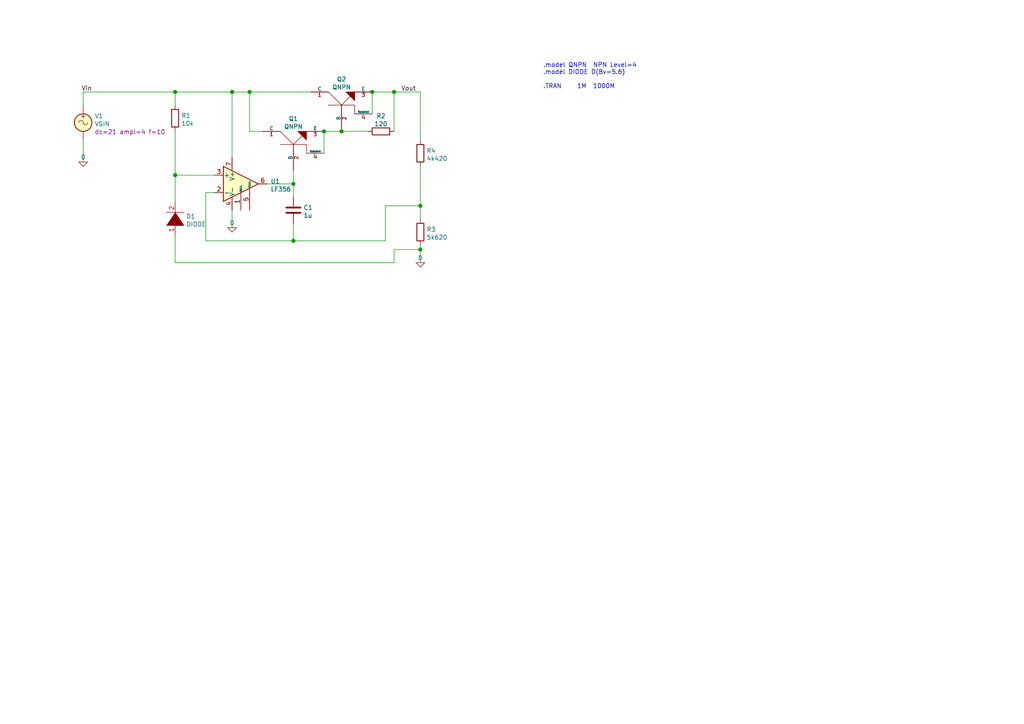
<source format=kicad_sch>
(kicad_sch (version 20210406) (generator eeschema)
  (paper "A4")
  (lib_symbols
    (symbol "Amplifier_Operational:LF356" (pin_names (offset 0.127))
      (property "Reference" "U" (at 0 6.35 0))
      (property "Value" "LF356" (at 0 3.81 0))
      (symbol "LF356_0_1"
        (polyline (pts (xy -5.08 5.08) (xy 5.08 0) (xy -5.08 -5.08) (xy -5.08 5.08)) (stroke (width 0.254)) (fill (type background)))
      )
      (symbol "LF356_1_1"
        (pin input line (at 0 -7.62 90) (length 5.08) (name "NULL") (number "1"))
        (pin input line (at -7.62 -2.54 0) (length 2.54) (name "-") (number "2"))
        (pin input line (at -7.62 2.54 0) (length 2.54) (name "+") (number "3"))
        (pin power_in line (at -2.54 -7.62 90) (length 3.81) (name "V-") (number "4"))
        (pin input line (at 2.54 -7.62 90) (length 6.35) (name "NULL") (number "5"))
        (pin output line (at 7.62 0 180) (length 2.54) (name "~") (number "6"))
        (pin power_in line (at -2.54 7.62 270) (length 3.81) (name "V+") (number "7"))
        (pin no_connect line (at 0 2.54 270) (length 2.54) hide (name "NC") (number "8"))
      )
    )
    (symbol "Device:C" (pin_numbers hide) (pin_names (offset 0.254))
      (property "Reference" "C" (at 0.635 2.54 0))
      (property "Value" "C" (at 0.635 -2.54 0))
      (symbol "C_0_1"
        (polyline (pts (xy -2.032 -0.762) (xy 2.032 -0.762)) (stroke (width 0.508)))
        (polyline (pts (xy -2.032 0.762) (xy 2.032 0.762)) (stroke (width 0.508)))
      )
      (symbol "C_1_1"
        (pin passive line (at 0 3.81 270) (length 2.794) (name "~") (number "1"))
        (pin passive line (at 0 -3.81 90) (length 2.794) (name "~") (number "2"))
      )
    )
    (symbol "Device:R" (pin_numbers hide) (pin_names (offset 0))
      (property "Reference" "R" (at 2.032 0 90))
      (property "Value" "R" (at 0 0 90))
      (symbol "R_0_1"
        (rectangle (start -1.016 -2.54) (end 1.016 2.54) (stroke (width 0.254)))
      )
      (symbol "R_1_1"
        (pin passive line (at 0 3.81 270) (length 1.27) (name "~") (number "1"))
        (pin passive line (at 0 -3.81 90) (length 1.27) (name "~") (number "2"))
      )
    )
    (symbol "Simulation_SPICE:VSIN" (pin_numbers hide) (pin_names (offset 0.0254))
      (property "Reference" "V" (at 2.54 2.54 0))
      (property "Value" "VSIN" (at 2.54 0 0))
      (property "Spice_Model" "sin(0 1 1k)" (at 2.54 -2.54 0))
      (symbol "VSIN_0_0"
        (arc (start 0 0) (end -1.27 0) (radius (at -0.635 0) (length 0.635) (angles 0.1 180)))
        (arc (start 0 0) (end 1.27 0) (radius (at 0.635 0) (length 0.635) (angles 180 -0.1)))
        (text "+" (at 0 1.905 0) (effects (font (size 1.27 1.27))))
      )
      (symbol "VSIN_0_1"
        (circle (center 0 0) (radius 2.54) (stroke (width 0.254)) (fill (type background)))
      )
      (symbol "VSIN_1_1"
        (pin passive line (at 0 5.08 270) (length 2.54) (name "~") (number "1"))
        (pin passive line (at 0 -5.08 90) (length 2.54) (name "~") (number "2"))
      )
    )
    (symbol "pspice:0" (power) (pin_names (offset 0))
      (property "Value" "0" (at 0 -1.778 0))
      (symbol "0_0_1"
        (polyline (pts (xy -1.27 0) (xy 0 -1.27) (xy 1.27 0) (xy -1.27 0)))
      )
      (symbol "0_1_1"
        (pin power_in line (at 0 0 0) (length 0) hide (name "0") (number "1"))
      )
    )
    (symbol "pspice:DIODE" (pin_names (offset 1.016) hide)
      (property "Reference" "D" (at 0 3.81 0))
      (property "Value" "DIODE" (at 0 -4.445 0))
      (symbol "DIODE_0_1"
        (polyline (pts (xy 1.905 2.54) (xy 1.905 -2.54)))
        (polyline (pts (xy -1.905 2.54) (xy -1.905 -2.54) (xy 1.905 0)) (fill (type outline)))
      )
      (symbol "DIODE_1_1"
        (pin input line (at -5.08 0 0) (length 3.81) (name "K") (number "1"))
        (pin input line (at 5.08 0 180) (length 3.81) (name "A") (number "2"))
      )
    )
    (symbol "pspice:QNPN" (pin_names (offset 0))
      (property "Reference" "Q" (at -2.54 7.62 0))
      (property "Value" "QNPN" (at -2.54 5.08 0))
      (symbol "QNPN_0_0"
        (polyline (pts (xy 0 0) (xy 3.81 -3.81)))
        (polyline (pts (xy 3.81 -3.81) (xy 3.81 -1.27) (xy 1.27 -3.81) (xy 3.81 -3.81)) (fill (type outline)))
      )
      (symbol "QNPN_0_1"
        (polyline (pts (xy 0 -3.81) (xy 0 3.81)))
        (polyline (pts (xy 0 0) (xy 3.81 3.81)))
        (polyline (pts (xy -2.54 -3.81) (xy 0 -3.81) (xy 0 -3.81) (xy 0 -3.81)))
      )
      (symbol "QNPN_1_1"
        (pin passive line (at 3.81 8.89 270) (length 5.08) (name "C") (number "1"))
        (pin input line (at -7.62 0 0) (length 7.62) (name "B") (number "2"))
        (pin passive line (at 3.81 -8.89 90) (length 5.08) (name "E") (number "3"))
        (pin input line (at -2.54 -8.89 90) (length 5.08) (name "Substrat") (number "4"))
      )
    )
  )
  (junction (at 50.8 26.67) (diameter 1.016))
  (junction (at 50.8 50.8) (diameter 1.016))
  (junction (at 67.31 26.67) (diameter 1.016))
  (junction (at 72.39 26.67) (diameter 1.016))
  (junction (at 85.09 53.34) (diameter 1.016))
  (junction (at 85.09 69.85) (diameter 1.016))
  (junction (at 93.98 38.1) (diameter 1.016))
  (junction (at 99.06 38.1) (diameter 1.016))
  (junction (at 107.95 26.67) (diameter 1.016))
  (junction (at 114.3 26.67) (diameter 1.016))
  (junction (at 121.92 59.69) (diameter 1.016))
  (junction (at 121.92 72.39) (diameter 1.016))
  (wire (pts (xy 24.13 26.67) (xy 50.8 26.67)))
  (wire (pts (xy 24.13 30.48) (xy 24.13 26.67)))
  (wire (pts (xy 24.13 40.64) (xy 24.13 46.99)))
  (wire (pts (xy 50.8 26.67) (xy 67.31 26.67)))
  (wire (pts (xy 50.8 30.48) (xy 50.8 26.67)))
  (wire (pts (xy 50.8 38.1) (xy 50.8 50.8)))
  (wire (pts (xy 50.8 50.8) (xy 50.8 58.42)))
  (wire (pts (xy 50.8 50.8) (xy 62.23 50.8)))
  (wire (pts (xy 50.8 68.58) (xy 50.8 76.2)))
  (wire (pts (xy 50.8 76.2) (xy 114.3 76.2)))
  (wire (pts (xy 59.69 55.88) (xy 59.69 69.85)))
  (wire (pts (xy 59.69 55.88) (xy 62.23 55.88)))
  (wire (pts (xy 59.69 69.85) (xy 85.09 69.85)))
  (wire (pts (xy 67.31 26.67) (xy 67.31 45.72)))
  (wire (pts (xy 67.31 26.67) (xy 72.39 26.67)))
  (wire (pts (xy 67.31 60.96) (xy 67.31 66.04)))
  (wire (pts (xy 72.39 26.67) (xy 90.17 26.67)))
  (wire (pts (xy 72.39 38.1) (xy 72.39 26.67)))
  (wire (pts (xy 76.2 38.1) (xy 72.39 38.1)))
  (wire (pts (xy 77.47 53.34) (xy 85.09 53.34)))
  (wire (pts (xy 85.09 49.53) (xy 85.09 53.34)))
  (wire (pts (xy 85.09 53.34) (xy 85.09 57.15)))
  (wire (pts (xy 85.09 69.85) (xy 85.09 64.77)))
  (wire (pts (xy 85.09 69.85) (xy 111.76 69.85)))
  (wire (pts (xy 93.98 38.1) (xy 93.98 44.45)))
  (wire (pts (xy 93.98 38.1) (xy 99.06 38.1)))
  (wire (pts (xy 99.06 38.1) (xy 106.68 38.1)))
  (wire (pts (xy 107.95 26.67) (xy 107.95 33.02)))
  (wire (pts (xy 107.95 26.67) (xy 114.3 26.67)))
  (wire (pts (xy 111.76 59.69) (xy 121.92 59.69)))
  (wire (pts (xy 111.76 69.85) (xy 111.76 59.69)))
  (wire (pts (xy 114.3 26.67) (xy 114.3 38.1)))
  (wire (pts (xy 114.3 26.67) (xy 121.92 26.67)))
  (wire (pts (xy 114.3 72.39) (xy 121.92 72.39)))
  (wire (pts (xy 114.3 76.2) (xy 114.3 72.39)))
  (wire (pts (xy 121.92 40.64) (xy 121.92 26.67)))
  (wire (pts (xy 121.92 48.26) (xy 121.92 59.69)))
  (wire (pts (xy 121.92 59.69) (xy 121.92 63.5)))
  (wire (pts (xy 121.92 71.12) (xy 121.92 72.39)))
  (wire (pts (xy 121.92 72.39) (xy 121.92 76.2)))
  (text ".model QNPN  NPN Level=4\n.model DIODE D(Bv=5.6)\n\n.TRAN 	1M  1000M\n\n" (at 157.48 27.94 0) (effects (font (size 1.27 1.27)) (justify left bottom)))
  (label "Vin" (at 26.67 26.67 180))
  (label "Vout" (at 120.65 26.67 180))
  (symbol (lib_id "pspice:0") (at 24.13 46.99 0) (unit 1)
    (property "Reference" "#GND?" (effects hide))
    (property "Value" "0" (at 24.13 45.6016 0))
  )
  (symbol (lib_id "pspice:0") (at 67.31 66.04 0) (unit 1)
    (property "Reference" "#GND?" (effects hide))
    (property "Value" "0" (at 67.31 64.6516 0))
  )
  (symbol (lib_id "pspice:0") (at 121.92 76.2 0) (unit 1)
    (property "Reference" "#GND?" (effects hide))
    (property "Value" "0" (at 121.92 74.8116 0))
  )
  (symbol (lib_id "Device:R") (at 50.8 34.29 180) (unit 1)
    (property "Reference" "R1" (at 52.5781 33.5291 0) (effects (justify right)))
    (property "Value" "10k" (at 52.5781 35.8278 0) (effects (justify right)))
  )
  (symbol (lib_id "Device:R") (at 110.49 38.1 90) (unit 1)
    (property "Reference" "R2" (at 110.49 33.6508 90))
    (property "Value" "120" (at 110.49 35.9495 90))
  )
  (symbol (lib_id "Device:R") (at 121.92 44.45 0) (unit 1)
    (property "Reference" "R4" (at 123.6981 43.6891 0) (effects (justify left)))
    (property "Value" "4k420" (at 123.6981 45.9878 0) (effects (justify left)))
  )
  (symbol (lib_id "Device:R") (at 121.92 67.31 0) (unit 1)
    (property "Reference" "R3" (at 123.6981 66.5491 0) (effects (justify left)))
    (property "Value" "5k620" (at 123.6981 68.8478 0) (effects (justify left)))
  )
  (symbol (lib_id "Device:C") (at 85.09 60.96 0) (unit 1)
    (property "Reference" "C1" (at 88.0111 60.1991 0) (effects (justify left)))
    (property "Value" "1u" (at 88.0111 62.4978 0) (effects (justify left)))
  )
  (symbol (lib_id "pspice:DIODE") (at 50.8 63.5 90) (unit 1)
    (property "Reference" "D1" (at 53.9751 62.7391 90) (effects (justify right)))
    (property "Value" "DIODE" (at 53.9751 65.0378 90) (effects (justify right)))
  )
  (symbol (lib_id "Simulation_SPICE:VSIN") (at 24.13 35.56 0) (unit 1)
    (property "Reference" "V1" (at 27.4321 33.6498 0) (effects (justify left)))
    (property "Value" "VSIN" (at 27.4321 35.9485 0) (effects (justify left)))
    (property "Spice_Netlist_Enabled" "Y" (effects hide))
    (property "Spice_Primitive" "V" (effects hide))
    (property "Spice_Model" "sin(21 4 10)" (at 27.4321 38.2472 0) (effects (justify left)))
  )
  (symbol (lib_id "pspice:QNPN") (at 85.09 41.91 90) (unit 1)
    (property "Reference" "Q1" (at 85.09 34.4128 90))
    (property "Value" "QNPN" (at 85.09 36.7115 90))
    (property "Spice_Primitive" "Q" (effects hide))
    (property "Spice_Model" "QNPN" (effects hide))
    (property "Spice_Netlist_Enabled" "Y" (effects hide))
  )
  (symbol (lib_id "pspice:QNPN") (at 99.06 30.48 90) (unit 1)
    (property "Reference" "Q2" (at 99.06 22.9828 90))
    (property "Value" "QNPN" (at 99.06 25.2815 90))
    (property "Spice_Primitive" "Q" (effects hide))
    (property "Spice_Model" "QNPN" (effects hide))
    (property "Spice_Netlist_Enabled" "Y" (effects hide))
  )
  (symbol (lib_id "Amplifier_Operational:LF356") (at 69.85 53.34 0) (unit 1)
    (property "Reference" "U1" (at 78.4861 52.5791 0) (effects (justify left)))
    (property "Value" "LF356" (at 78.4861 54.8778 0) (effects (justify left)))
    (property "Datasheet" "http://www.ti.com/lit/ds/symlink/lf357.pdf" (effects hide))
    (property "Spice_Primitive" "X" (effects hide))
    (property "Spice_Model" "LF356/NS" (effects hide))
    (property "Spice_Netlist_Enabled" "Y" (effects hide))
    (property "Spice_Lib_File" "/home/zhakl/Documents/KiCad/Art of Electronics/Chapter 4/OpAmp Inverting Amplifier/LF356.MOD" (effects hide))
    (property "Spice_Node_Sequence" "3 2 7 4 6" (effects hide))
  )
)
</source>
